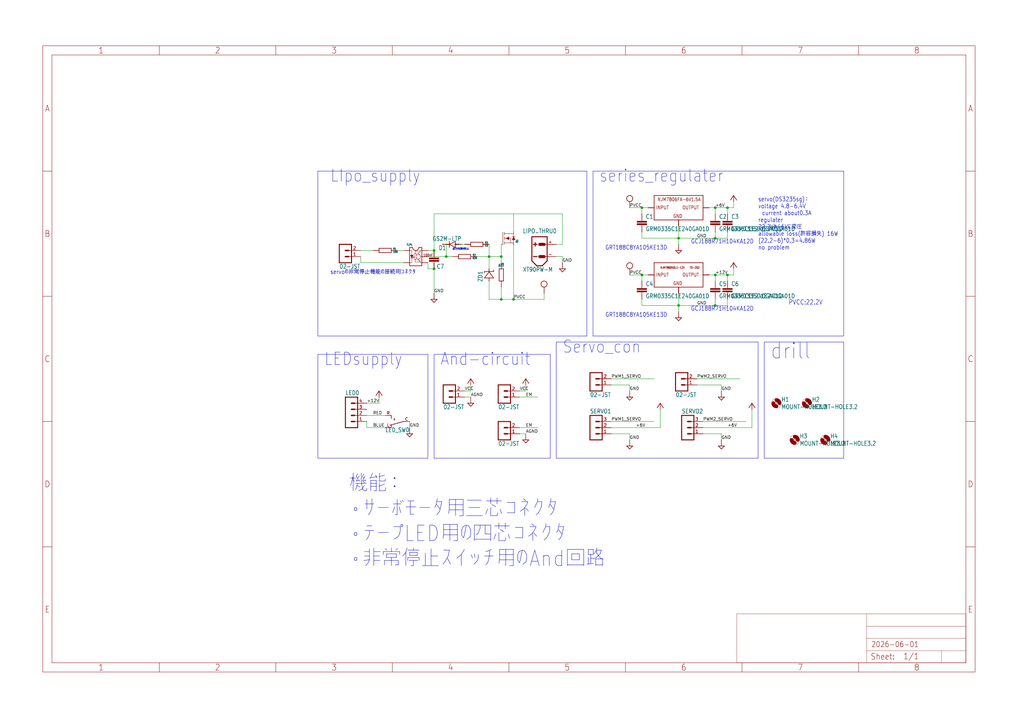
<source format=kicad_sch>
(kicad_sch (version 20230121) (generator eeschema)
  (paper "User" 425.45 298.45)
  (lib_symbols
    (symbol "Mix necessary function-eagle-import:02-JST"
      (symbol "02-JST_1_0"
        (polyline (pts (xy -1.27 2.54) (xy -1.27 -5.08)) (stroke (width 0.4064)))
        (polyline (pts (xy -1.27 2.54) (xy 3.81 2.54)) (stroke (width 0.4064)))
        (polyline (pts (xy 1.27 -2.54) (xy 2.54 -2.54)) (stroke (width 0.6096)))
        (polyline (pts (xy 1.27 0) (xy 2.54 0)) (stroke (width 0.6096)))
        (polyline (pts (xy 3.81 -5.08) (xy -1.27 -5.08)) (stroke (width 0.4064)))
        (polyline (pts (xy 3.81 -5.08) (xy 3.81 2.54)) (stroke (width 0.4064)))
        (pin passive line (at 7.62 -2.54 180) (length 5.08) (name "1") (number "1"))
        (pin passive line (at 7.62 0 180) (length 5.08) (name "2") (number "2"))
      )
    )
    (symbol "Mix necessary function-eagle-import:03-JST"
      (property "Reference" "JP" (at -1.27 5.842 0))
      (symbol "03-JST_1_0"
        (polyline (pts (xy -1.27 5.08) (xy -1.27 -5.08)) (stroke (width 0.4064)))
        (polyline (pts (xy -1.27 5.08) (xy 3.81 5.08)) (stroke (width 0.4064)))
        (polyline (pts (xy 1.27 -2.54) (xy 2.54 -2.54)) (stroke (width 0.6096)))
        (polyline (pts (xy 1.27 0) (xy 2.54 0)) (stroke (width 0.6096)))
        (polyline (pts (xy 1.27 2.54) (xy 2.54 2.54)) (stroke (width 0.6096)))
        (polyline (pts (xy 3.81 -5.08) (xy -1.27 -5.08)) (stroke (width 0.4064)))
        (polyline (pts (xy 3.81 -5.08) (xy 3.81 5.08)) (stroke (width 0.4064)))
        (pin passive line (at 7.62 -2.54 180) (length 5.08) (name "1") (number "1"))
        (pin passive line (at 7.62 0 180) (length 5.08) (name "2") (number "2"))
        (pin passive line (at 7.62 2.54 180) (length 5.08) (name "3") (number "3"))
      )
    )
    (symbol "Mix necessary function-eagle-import:04-JST"
      (property "Reference" "JP" (at -1.27 5.842 0))
      (symbol "04-JST_1_0"
        (polyline (pts (xy -1.27 5.08) (xy -1.27 -7.62)) (stroke (width 0.4064)))
        (polyline (pts (xy -1.27 5.08) (xy 3.81 5.08)) (stroke (width 0.4064)))
        (polyline (pts (xy 1.27 -5.08) (xy 2.54 -5.08)) (stroke (width 0.6096)))
        (polyline (pts (xy 1.27 -2.54) (xy 2.54 -2.54)) (stroke (width 0.6096)))
        (polyline (pts (xy 1.27 0) (xy 2.54 0)) (stroke (width 0.6096)))
        (polyline (pts (xy 1.27 2.54) (xy 2.54 2.54)) (stroke (width 0.6096)))
        (polyline (pts (xy 3.81 -7.62) (xy -1.27 -7.62)) (stroke (width 0.4064)))
        (polyline (pts (xy 3.81 -7.62) (xy 3.81 5.08)) (stroke (width 0.4064)))
        (pin passive line (at 7.62 -5.08 180) (length 5.08) (name "1") (number "1"))
        (pin passive line (at 7.62 -2.54 180) (length 5.08) (name "2") (number "2"))
        (pin passive line (at 7.62 0 180) (length 5.08) (name "3") (number "3"))
        (pin passive line (at 7.62 2.54 180) (length 5.08) (name "4") (number "4"))
      )
    )
    (symbol "Mix necessary function-eagle-import:A3L-LOC"
      (symbol "A3L-LOC_1_0"
        (polyline (pts (xy 0 52.07) (xy 3.81 52.07)))
        (polyline (pts (xy 0 104.14) (xy 3.81 104.14)))
        (polyline (pts (xy 0 156.21) (xy 3.81 156.21)))
        (polyline (pts (xy 0 208.28) (xy 3.81 208.28)))
        (polyline (pts (xy 3.81 3.81) (xy 3.81 256.54)))
        (polyline (pts (xy 48.4188 0) (xy 48.4188 3.81)))
        (polyline (pts (xy 48.4188 256.54) (xy 48.4188 260.35)))
        (polyline (pts (xy 96.8375 0) (xy 96.8375 3.81)))
        (polyline (pts (xy 96.8375 256.54) (xy 96.8375 260.35)))
        (polyline (pts (xy 145.2563 0) (xy 145.2563 3.81)))
        (polyline (pts (xy 145.2563 256.54) (xy 145.2563 260.35)))
        (polyline (pts (xy 193.675 0) (xy 193.675 3.81)))
        (polyline (pts (xy 193.675 256.54) (xy 193.675 260.35)))
        (polyline (pts (xy 242.0938 0) (xy 242.0938 3.81)))
        (polyline (pts (xy 242.0938 256.54) (xy 242.0938 260.35)))
        (polyline (pts (xy 288.29 3.81) (xy 288.29 24.13)) (stroke (width 0.1016)))
        (polyline (pts (xy 288.29 3.81) (xy 342.265 3.81)) (stroke (width 0.1016)))
        (polyline (pts (xy 288.29 24.13) (xy 342.265 24.13)) (stroke (width 0.1016)))
        (polyline (pts (xy 290.5125 0) (xy 290.5125 3.81)))
        (polyline (pts (xy 290.5125 256.54) (xy 290.5125 260.35)))
        (polyline (pts (xy 338.9313 0) (xy 338.9313 3.81)))
        (polyline (pts (xy 338.9313 256.54) (xy 338.9313 260.35)))
        (polyline (pts (xy 342.265 3.81) (xy 373.38 3.81)) (stroke (width 0.1016)))
        (polyline (pts (xy 342.265 8.89) (xy 342.265 3.81)) (stroke (width 0.1016)))
        (polyline (pts (xy 342.265 8.89) (xy 342.265 13.97)) (stroke (width 0.1016)))
        (polyline (pts (xy 342.265 13.97) (xy 342.265 19.05)) (stroke (width 0.1016)))
        (polyline (pts (xy 342.265 13.97) (xy 383.54 13.97)) (stroke (width 0.1016)))
        (polyline (pts (xy 342.265 19.05) (xy 342.265 24.13)) (stroke (width 0.1016)))
        (polyline (pts (xy 342.265 19.05) (xy 383.54 19.05)) (stroke (width 0.1016)))
        (polyline (pts (xy 342.265 24.13) (xy 383.54 24.13)) (stroke (width 0.1016)))
        (polyline (pts (xy 373.38 3.81) (xy 373.38 8.89)) (stroke (width 0.1016)))
        (polyline (pts (xy 373.38 3.81) (xy 383.54 3.81)) (stroke (width 0.1016)))
        (polyline (pts (xy 373.38 8.89) (xy 342.265 8.89)) (stroke (width 0.1016)))
        (polyline (pts (xy 373.38 8.89) (xy 383.54 8.89)) (stroke (width 0.1016)))
        (polyline (pts (xy 383.54 3.81) (xy 3.81 3.81)))
        (polyline (pts (xy 383.54 3.81) (xy 383.54 8.89)) (stroke (width 0.1016)))
        (polyline (pts (xy 383.54 3.81) (xy 383.54 256.54)))
        (polyline (pts (xy 383.54 8.89) (xy 383.54 13.97)) (stroke (width 0.1016)))
        (polyline (pts (xy 383.54 13.97) (xy 383.54 19.05)) (stroke (width 0.1016)))
        (polyline (pts (xy 383.54 19.05) (xy 383.54 24.13)) (stroke (width 0.1016)))
        (polyline (pts (xy 383.54 52.07) (xy 387.35 52.07)))
        (polyline (pts (xy 383.54 104.14) (xy 387.35 104.14)))
        (polyline (pts (xy 383.54 156.21) (xy 387.35 156.21)))
        (polyline (pts (xy 383.54 208.28) (xy 387.35 208.28)))
        (polyline (pts (xy 383.54 256.54) (xy 3.81 256.54)))
        (polyline (pts (xy 0 0) (xy 387.35 0) (xy 387.35 260.35) (xy 0 260.35) (xy 0 0)))
        (text "${#}/${##}" (at 357.505 5.08 0) (effects (font (size 2.54 2.159)) (justify left bottom)))
        (text "${CURRENT_DATE}" (at 344.17 10.16 0) (effects (font (size 2.286 1.9431)) (justify left bottom)))
        (text "${PROJECTNAME}" (at 344.17 15.24 0) (effects (font (size 2.54 2.159)) (justify left bottom)))
        (text "1" (at 24.2094 1.905 0) (effects (font (size 2.54 2.286))))
        (text "1" (at 24.2094 258.445 0) (effects (font (size 2.54 2.286))))
        (text "2" (at 72.6281 1.905 0) (effects (font (size 2.54 2.286))))
        (text "2" (at 72.6281 258.445 0) (effects (font (size 2.54 2.286))))
        (text "3" (at 121.0469 1.905 0) (effects (font (size 2.54 2.286))))
        (text "3" (at 121.0469 258.445 0) (effects (font (size 2.54 2.286))))
        (text "4" (at 169.4656 1.905 0) (effects (font (size 2.54 2.286))))
        (text "4" (at 169.4656 258.445 0) (effects (font (size 2.54 2.286))))
        (text "5" (at 217.8844 1.905 0) (effects (font (size 2.54 2.286))))
        (text "5" (at 217.8844 258.445 0) (effects (font (size 2.54 2.286))))
        (text "6" (at 266.3031 1.905 0) (effects (font (size 2.54 2.286))))
        (text "6" (at 266.3031 258.445 0) (effects (font (size 2.54 2.286))))
        (text "7" (at 314.7219 1.905 0) (effects (font (size 2.54 2.286))))
        (text "7" (at 314.7219 258.445 0) (effects (font (size 2.54 2.286))))
        (text "8" (at 363.1406 1.905 0) (effects (font (size 2.54 2.286))))
        (text "8" (at 363.1406 258.445 0) (effects (font (size 2.54 2.286))))
        (text "A" (at 1.905 234.315 0) (effects (font (size 2.54 2.286))))
        (text "A" (at 385.445 234.315 0) (effects (font (size 2.54 2.286))))
        (text "B" (at 1.905 182.245 0) (effects (font (size 2.54 2.286))))
        (text "B" (at 385.445 182.245 0) (effects (font (size 2.54 2.286))))
        (text "C" (at 1.905 130.175 0) (effects (font (size 2.54 2.286))))
        (text "C" (at 385.445 130.175 0) (effects (font (size 2.54 2.286))))
        (text "D" (at 1.905 78.105 0) (effects (font (size 2.54 2.286))))
        (text "D" (at 385.445 78.105 0) (effects (font (size 2.54 2.286))))
        (text "E" (at 1.905 26.035 0) (effects (font (size 2.54 2.286))))
        (text "E" (at 385.445 26.035 0) (effects (font (size 2.54 2.286))))
        (text "Sheet:" (at 343.916 4.953 0) (effects (font (size 2.54 2.159)) (justify left bottom)))
      )
    )
    (symbol "Mix necessary function-eagle-import:CR0603"
      (property "Reference" "R" (at 3.302 0.254 0))
      (symbol "CR0603_1_0"
        (polyline (pts (xy -5.08 0) (xy -2.54 0)) (stroke (width 0.1524)))
        (polyline (pts (xy -2.54 -0.889) (xy -2.54 0)) (stroke (width 0.254)))
        (polyline (pts (xy -2.54 -0.889) (xy 2.54 -0.889)) (stroke (width 0.254)))
        (polyline (pts (xy -2.54 0) (xy -2.54 0.889)) (stroke (width 0.254)))
        (polyline (pts (xy 2.54 -0.889) (xy 2.54 0)) (stroke (width 0.254)))
        (polyline (pts (xy 2.54 0) (xy 2.54 0.889)) (stroke (width 0.254)))
        (polyline (pts (xy 2.54 0) (xy 5.08 0)) (stroke (width 0.1524)))
        (polyline (pts (xy 2.54 0.889) (xy -2.54 0.889)) (stroke (width 0.254)))
        (pin bidirectional line (at -5.08 0 0) (length 2.54) (name "LEFT") (number "LEFT"))
        (pin bidirectional line (at 5.08 0 180) (length 2.54) (name "RIGHT") (number "RIGHT"))
      )
    )
    (symbol "Mix necessary function-eagle-import:GCM188L81H104KA57"
      (property "Reference" "C" (at 1.016 0 0))
      (symbol "GCM188L81H104KA57_1_0"
        (rectangle (start -2.032 -2.032) (end 2.032 -1.524) (fill (type outline)))
        (rectangle (start -2.032 -1.016) (end 2.032 -0.508) (fill (type outline)))
        (polyline (pts (xy 0 -5.08) (xy 0 -2.032)) (stroke (width 0.1524)))
        (polyline (pts (xy 0 -0.508) (xy 0 2.54)) (stroke (width 0.1524)))
        (text "100nF" (at -4.572 0 0) (effects (font (size 1.016 0.8636)) (justify left bottom)))
        (pin bidirectional line (at 0 2.54 270) (length 2.54) (name "P$1") (number "P$1"))
        (pin bidirectional line (at 0 -5.08 90) (length 2.54) (name "P$2") (number "P$2"))
      )
    )
    (symbol "Mix necessary function-eagle-import:GND" (power)
      (property "Value" "GND" (at -1.905 -3.175 0))
      (symbol "GND_1_0"
        (polyline (pts (xy -1.27 0) (xy 1.27 0)) (stroke (width 0.254)))
        (polyline (pts (xy 0 -1.27) (xy -1.27 0)) (stroke (width 0.254)))
        (polyline (pts (xy 1.27 0) (xy 0 -1.27)) (stroke (width 0.254)))
        (pin power_in line (at 0 2.54 270) (length 2.54) (name "GND") (number "1"))
      )
    )
    (symbol "Mix necessary function-eagle-import:GRM0335C1E240GA01D"
      (property "Reference" "C" (at 1.524 0.381 0))
      (symbol "GRM0335C1E240GA01D_1_0"
        (rectangle (start -2.032 -2.032) (end 2.032 -1.524) (fill (type outline)))
        (rectangle (start -2.032 -1.016) (end 2.032 -0.508) (fill (type outline)))
        (polyline (pts (xy 0 -2.54) (xy 0 -2.032)) (stroke (width 0.1524)))
        (polyline (pts (xy 0 0) (xy 0 -0.508)) (stroke (width 0.1524)))
        (pin passive line (at 0 2.54 270) (length 2.54) (name "1") (number "1"))
        (pin passive line (at 0 -5.08 90) (length 2.54) (name "2") (number "2"))
      )
    )
    (symbol "Mix necessary function-eagle-import:GS2M-LTP"
      (property "Reference" "D" (at 2.54 0.4826 0))
      (symbol "GS2M-LTP_1_0"
        (polyline (pts (xy -1.27 -1.27) (xy 1.27 0)) (stroke (width 0.254)))
        (polyline (pts (xy -1.27 0) (xy -2.54 0)) (stroke (width 0.254)))
        (polyline (pts (xy -1.27 0) (xy -1.27 -1.27)) (stroke (width 0.254)))
        (polyline (pts (xy -1.27 1.27) (xy -1.27 0)) (stroke (width 0.254)))
        (polyline (pts (xy 1.27 0) (xy -1.27 1.27)) (stroke (width 0.254)))
        (polyline (pts (xy 1.27 0) (xy 1.27 -1.27)) (stroke (width 0.254)))
        (polyline (pts (xy 1.27 1.27) (xy 1.27 0)) (stroke (width 0.254)))
        (polyline (pts (xy 2.54 0) (xy 1.27 0)) (stroke (width 0.254)))
        (text "SpiceOrder 1" (at -2.54 0 0) (effects (font (size 0.4064 0.3454))))
        (text "SpiceOrder 2" (at 2.54 0 0) (effects (font (size 0.4064 0.3454))))
        (pin passive line (at -2.54 0 0) (length 0) (name "A") (number "A"))
        (pin passive line (at 2.54 0 180) (length 0) (name "C") (number "C"))
      )
    )
    (symbol "Mix necessary function-eagle-import:MMBZ5248B-TP"
      (property "Reference" "ZD" (at -2.9464 2.6416 0))
      (symbol "MMBZ5248B-TP_1_0"
        (polyline (pts (xy -1.27 -1.905) (xy 1.27 0)) (stroke (width 0.254)))
        (polyline (pts (xy -1.27 0) (xy -2.54 0)) (stroke (width 0.254)))
        (polyline (pts (xy -1.27 0) (xy -1.27 -1.905)) (stroke (width 0.254)))
        (polyline (pts (xy -1.27 1.905) (xy -1.27 0)) (stroke (width 0.254)))
        (polyline (pts (xy 1.27 0) (xy -1.27 1.905)) (stroke (width 0.254)))
        (polyline (pts (xy 1.27 0) (xy 2.54 0)) (stroke (width 0.254)))
        (polyline (pts (xy 1.397 -1.905) (xy 2.032 -1.905)) (stroke (width 0.254)))
        (polyline (pts (xy 1.397 1.905) (xy 0.762 1.905)) (stroke (width 0.254)))
        (polyline (pts (xy 1.397 1.905) (xy 1.397 -1.905)) (stroke (width 0.254)))
        (pin passive line (at -2.54 0 0) (length 0) (name "A") (number "ANODE"))
        (pin passive line (at 2.54 0 180) (length 0) (name "C") (number "CATHODE"))
      )
    )
    (symbol "Mix necessary function-eagle-import:MOUNT-HOLE3.2"
      (property "Reference" "H" (at 2.032 0.5842 0))
      (symbol "MOUNT-HOLE3.2_1_0"
        (arc (start -1.27 0) (mid -0.898 -0.898) (end 0 -1.27) (stroke (width 1.524)))
        (polyline (pts (xy -0.508 0) (xy 0.508 0)) (stroke (width 0.0508)))
        (polyline (pts (xy 0 0.508) (xy 0 -0.508)) (stroke (width 0.0508)))
        (circle (center 0 0) (radius 0.508) (stroke (width 0.0508)))
        (circle (center 0 0) (radius 2.032) (stroke (width 0.0508)))
        (arc (start 1.27 0) (mid 0.898 0.898) (end 0 1.27) (stroke (width 1.524)))
      )
    )
    (symbol "Mix necessary function-eagle-import:NJM7800SDL1-12V"
      (symbol "NJM7800SDL1-12V_1_0"
        (polyline (pts (xy -10.16 -5.08) (xy -10.16 0)) (stroke (width 0.254)))
        (polyline (pts (xy -10.16 0) (xy -12.7 0)) (stroke (width 0.254)))
        (polyline (pts (xy -10.16 0) (xy -10.16 5.08)) (stroke (width 0.254)))
        (polyline (pts (xy -10.16 5.08) (xy 10.16 5.08)) (stroke (width 0.254)))
        (polyline (pts (xy 0 -5.08) (xy -10.16 -5.08)) (stroke (width 0.254)))
        (polyline (pts (xy 0 -5.08) (xy 0 -7.62)) (stroke (width 0.254)))
        (polyline (pts (xy 10.16 -5.08) (xy 0 -5.08)) (stroke (width 0.254)))
        (polyline (pts (xy 10.16 0) (xy 10.16 -5.08)) (stroke (width 0.254)))
        (polyline (pts (xy 10.16 0) (xy 12.7 0)) (stroke (width 0.254)))
        (polyline (pts (xy 10.16 5.08) (xy 10.16 0)) (stroke (width 0.254)))
        (text "GND" (at -2.286 -4.318 0) (effects (font (size 1.4224 1.209)) (justify left bottom)))
        (text "INPUT" (at -9.398 -0.762 0) (effects (font (size 1.4224 1.209)) (justify left bottom)))
        (text "NJM7800SDL1-12V    TO-252" (at -7.62 2.54 0) (effects (font (size 0.8128 0.6908)) (justify left bottom)))
        (text "OUTPUT" (at 1.524 -0.762 0) (effects (font (size 1.4224 1.209)) (justify left bottom)))
        (pin bidirectional line (at 0 -7.62 90) (length 2.54) (name "GND") (number "GND"))
        (pin bidirectional line (at -12.7 0 0) (length 2.54) (name "INPUT") (number "VIN"))
        (pin bidirectional line (at 12.7 0 180) (length 2.54) (name "OUTPUT") (number "VOUT"))
      )
    )
    (symbol "Mix necessary function-eagle-import:SQJA16EP-T1_GE3"
      (property "Reference" "Q" (at 1.905 -1.905 90))
      (symbol "SQJA16EP-T1_GE3_1_0"
        (polyline (pts (xy -5.08 -2.54) (xy -4.445 -2.54)) (stroke (width 0.1524)))
        (polyline (pts (xy -4.445 2.54) (xy -4.445 -2.54)) (stroke (width 0.1524)))
        (polyline (pts (xy -3.81 -1.27) (xy -3.81 -2.54)) (stroke (width 0.1524)))
        (polyline (pts (xy -3.81 -0.635) (xy -3.81 0.635)) (stroke (width 0.1524)))
        (polyline (pts (xy -3.81 0) (xy -1.27 0)) (stroke (width 0.1524)))
        (polyline (pts (xy -3.81 1.27) (xy -3.81 2.54)) (stroke (width 0.1524)))
        (polyline (pts (xy -3.81 1.905) (xy 0 1.905)) (stroke (width 0.1524)))
        (polyline (pts (xy -1.27 -1.905) (xy -3.81 -1.905)) (stroke (width 0.1524)))
        (polyline (pts (xy -1.27 0) (xy -1.27 -1.905)) (stroke (width 0.1524)))
        (polyline (pts (xy -0.635 0.635) (xy 0.635 0.635)) (stroke (width 0.1524)))
        (polyline (pts (xy 0 -2.54) (xy 0 -1.905)) (stroke (width 0.1524)))
        (polyline (pts (xy 0 -1.905) (xy -1.27 -1.905)) (stroke (width 0.1524)))
        (polyline (pts (xy 0 1.905) (xy 0 -1.905)) (stroke (width 0.1524)))
        (polyline (pts (xy 0 1.905) (xy 0 2.54)) (stroke (width 0.1524)))
        (polyline (pts (xy -1.905 0.635) (xy -1.905 -0.635) (xy -3.175 0)) (stroke (width 0.1524)) (fill (type outline)))
        (polyline (pts (xy -0.635 -0.635) (xy 0.635 -0.635) (xy 0 0.635)) (stroke (width 0.1524)) (fill (type outline)))
        (pin passive line (at 0 2.54 0) (length 0) (name "D") (number "D"))
        (pin passive line (at -5.08 -2.54 0) (length 0) (name "G") (number "G"))
        (pin passive line (at 0 -2.54 0) (length 0) (name "S") (number "S1"))
        (pin passive line (at 0 -2.54 0) (length 0) (name "S") (number "S2"))
        (pin passive line (at 0 -2.54 0) (length 0) (name "S") (number "S3"))
      )
    )
    (symbol "Mix necessary function-eagle-import:SS-12SDP2"
      (property "Reference" "SW" (at 5.08 -2.54 90))
      (symbol "SS-12SDP2_1_0"
        (polyline (pts (xy -2.54 2.54) (xy -2.54 3.175)) (stroke (width 0.254)))
        (polyline (pts (xy -2.54 2.54) (xy -1.27 2.54)) (stroke (width 0.254)))
        (polyline (pts (xy 0 -3.175) (xy 0 -2.54)) (stroke (width 0.254)))
        (polyline (pts (xy 0 -2.54) (xy -1.524 3.048)) (stroke (width 0.254)))
        (polyline (pts (xy 0.508 1.27) (xy 1.016 1.016)) (stroke (width 0.1524)))
        (polyline (pts (xy 0.508 1.27) (xy 1.016 1.524)) (stroke (width 0.1524)))
        (polyline (pts (xy 0.508 1.27) (xy 1.524 1.27)) (stroke (width 0.1524)))
        (polyline (pts (xy 1.27 2.54) (xy 2.54 2.54)) (stroke (width 0.254)))
        (polyline (pts (xy 2.54 2.54) (xy 2.54 3.175)) (stroke (width 0.254)))
        (pin passive line (at 0 -5.08 90) (length 2.54) (name "C") (number "C"))
        (pin passive line (at -2.54 5.08 270) (length 2.54) (name "L") (number "L"))
        (pin passive line (at 2.54 5.08 270) (length 2.54) (name "R") (number "R"))
      )
    )
    (symbol "Mix necessary function-eagle-import:TLP152"
      (property "Reference" "TLP" (at -3.81 4.445 0))
      (symbol "TLP152_1_0"
        (arc (start -1.27 3.81) (mid 0 2.5455) (end 1.27 3.81) (stroke (width 0.254)))
        (polyline (pts (xy -2.54 -3.81) (xy -2.54 -2.54)) (stroke (width 0.254)))
        (polyline (pts (xy -2.54 -2.54) (xy -2.54 2.54)) (stroke (width 0.254)))
        (polyline (pts (xy -2.54 2.54) (xy -2.54 3.81)) (stroke (width 0.254)))
        (polyline (pts (xy -2.54 2.54) (xy -1.5875 2.54)) (stroke (width 0.127)))
        (polyline (pts (xy -2.54 3.81) (xy -1.27 3.81)) (stroke (width 0.254)))
        (polyline (pts (xy -2.2225 -0.635) (xy -0.9525 -0.635)) (stroke (width 0.127)))
        (polyline (pts (xy -1.5875 -2.54) (xy -2.54 -2.54)) (stroke (width 0.127)))
        (polyline (pts (xy -1.5875 2.54) (xy -1.5875 -2.54)) (stroke (width 0.127)))
        (polyline (pts (xy -1.1906 -0.3968) (xy -0.7143 -0.3968)) (stroke (width 0.127)))
        (polyline (pts (xy -1.1112 -0.0793) (xy -0.7143 -0.0793)) (stroke (width 0.127)))
        (polyline (pts (xy -0.7937 -0.1587) (xy -0.7937 0)) (stroke (width 0.127)))
        (polyline (pts (xy -0.7937 0) (xy -0.7143 -0.0793)) (stroke (width 0.127)))
        (polyline (pts (xy -0.7143 -0.3968) (xy -0.7937 -0.4762)) (stroke (width 0.127)))
        (polyline (pts (xy -0.7143 -0.3968) (xy -0.7937 -0.3175)) (stroke (width 0.127)))
        (polyline (pts (xy -0.7143 -0.0793) (xy -0.7937 -0.1587)) (stroke (width 0.127)))
        (polyline (pts (xy -0.4762 -1.27) (xy -0.1587 -1.27)) (stroke (width 0.127)))
        (polyline (pts (xy -0.4762 1.27) (xy -0.4762 -1.27)) (stroke (width 0.127)))
        (polyline (pts (xy -0.1587 -1.27) (xy -0.1587 -2.2225)) (stroke (width 0.127)))
        (polyline (pts (xy -0.1587 -1.27) (xy 0.1587 -1.27)) (stroke (width 0.127)))
        (polyline (pts (xy -0.1587 1.27) (xy -0.4762 1.27)) (stroke (width 0.127)))
        (polyline (pts (xy -0.1587 2.2225) (xy -0.1587 1.27)) (stroke (width 0.127)))
        (polyline (pts (xy 0.1587 -1.27) (xy 0.1587 -0.635)) (stroke (width 0.127)))
        (polyline (pts (xy 0.1587 -0.635) (xy 0.1587 0.635)) (stroke (width 0.127)))
        (polyline (pts (xy 0.1587 -0.635) (xy 0.7143 -0.635)) (stroke (width 0.127)))
        (polyline (pts (xy 0.1587 0.635) (xy 0.1587 1.27)) (stroke (width 0.127)))
        (polyline (pts (xy 0.1587 1.27) (xy -0.1587 1.27)) (stroke (width 0.127)))
        (polyline (pts (xy 0.7143 -1.27) (xy 1.27 -1.27)) (stroke (width 0.127)))
        (polyline (pts (xy 0.7143 -0.635) (xy 0.7143 -1.27)) (stroke (width 0.127)))
        (polyline (pts (xy 0.7143 0.635) (xy 0.1587 0.635)) (stroke (width 0.127)))
        (polyline (pts (xy 0.7143 1.27) (xy 0.7143 0.635)) (stroke (width 0.127)))
        (polyline (pts (xy 1.27 -1.7462) (xy 1.27 -1.27)) (stroke (width 0.127)))
        (polyline (pts (xy 1.27 -1.5875) (xy 1.905 -1.905)) (stroke (width 0.127)))
        (polyline (pts (xy 1.27 -1.27) (xy 1.27 -0.7937)) (stroke (width 0.127)))
        (polyline (pts (xy 1.27 -0.9525) (xy 1.905 -0.635)) (stroke (width 0.127)))
        (polyline (pts (xy 1.27 1.27) (xy 0.7143 1.27)) (stroke (width 0.127)))
        (polyline (pts (xy 1.27 1.5875) (xy 1.905 1.905)) (stroke (width 0.127)))
        (polyline (pts (xy 1.27 1.7462) (xy 1.27 0.7937)) (stroke (width 0.127)))
        (polyline (pts (xy 1.27 3.81) (xy 2.54 3.81)) (stroke (width 0.254)))
        (polyline (pts (xy 1.905 -2.54) (xy 2.54 -2.54)) (stroke (width 0.127)))
        (polyline (pts (xy 1.905 -2.2225) (xy -0.1587 -2.2225)) (stroke (width 0.127)))
        (polyline (pts (xy 1.905 -2.2225) (xy 1.905 -2.54)) (stroke (width 0.127)))
        (polyline (pts (xy 1.905 -1.905) (xy 1.905 -2.2225)) (stroke (width 0.127)))
        (polyline (pts (xy 1.905 0) (xy 1.905 -0.635)) (stroke (width 0.127)))
        (polyline (pts (xy 1.905 0) (xy 2.54 0)) (stroke (width 0.127)))
        (polyline (pts (xy 1.905 0.635) (xy 1.27 0.9525)) (stroke (width 0.127)))
        (polyline (pts (xy 1.905 0.635) (xy 1.905 0)) (stroke (width 0.127)))
        (polyline (pts (xy 1.905 2.2225) (xy -0.1587 2.2225)) (stroke (width 0.127)))
        (polyline (pts (xy 1.905 2.2225) (xy 1.905 1.905)) (stroke (width 0.127)))
        (polyline (pts (xy 1.905 2.54) (xy 1.905 2.2225)) (stroke (width 0.127)))
        (polyline (pts (xy 2.54 -3.81) (xy -2.54 -3.81)) (stroke (width 0.254)))
        (polyline (pts (xy 2.54 -2.54) (xy 2.54 -3.81)) (stroke (width 0.254)))
        (polyline (pts (xy 2.54 0) (xy 2.54 -2.54)) (stroke (width 0.254)))
        (polyline (pts (xy 2.54 2.54) (xy 1.905 2.54)) (stroke (width 0.127)))
        (polyline (pts (xy 2.54 2.54) (xy 2.54 0)) (stroke (width 0.254)))
        (polyline (pts (xy 2.54 3.81) (xy 2.54 2.54)) (stroke (width 0.254)))
        (polyline (pts (xy -1.5875 -0.635) (xy -2.2225 0.635) (xy -0.9525 0.635)) (stroke (width 0.127)) (fill (type outline)))
        (polyline (pts (xy 1.7462 -1.8256) (xy 1.4684 -1.7859) (xy 1.5478 -1.6271)) (stroke (width 0.127)) (fill (type outline)))
        (polyline (pts (xy 1.7462 0.7143) (xy 1.4684 0.754) (xy 1.5478 0.9128)) (stroke (width 0.127)) (fill (type outline)))
        (pin passive line (at -5.08 2.54 0) (length 2.54) (name "ANODE") (number "ANODE"))
        (pin passive line (at -5.08 -2.54 0) (length 2.54) (name "CATHODE") (number "CATHODE"))
        (pin passive line (at 5.08 -2.54 180) (length 2.54) (name "GND") (number "GND"))
        (pin passive line (at 5.08 2.54 180) (length 2.54) (name "VCC") (number "VCC"))
        (pin passive line (at 5.08 0 180) (length 2.54) (name "VOUT") (number "VO"))
      )
    )
    (symbol "Mix necessary function-eagle-import:VCC" (power)
      (property "Value" "VCC" (at -2.54 -2.54 90))
      (symbol "VCC_1_0"
        (polyline (pts (xy 0 0) (xy -1.27 -1.905)) (stroke (width 0.254)))
        (polyline (pts (xy 1.27 -1.905) (xy 0 0)) (stroke (width 0.254)))
        (pin power_in line (at 0 -2.54 90) (length 2.54) (name "VCC") (number "1"))
      )
    )
    (symbol "Mix necessary function-eagle-import:XT90PW-M"
      (property "Reference" "CON" (at -3.81 7.112 0))
      (symbol "XT90PW-M_1_0"
        (polyline (pts (xy -5.08 -4.318) (xy -3.048 -6.35)) (stroke (width 0.4064)))
        (polyline (pts (xy -5.08 5.715) (xy -5.08 -4.318)) (stroke (width 0.4064)))
        (polyline (pts (xy -5.08 5.715) (xy 1.27 5.715)) (stroke (width 0.4064)))
        (polyline (pts (xy -4.445 -2.54) (xy -2.921 -2.54)) (stroke (width 0.4064)))
        (polyline (pts (xy -4.445 2.54) (xy -2.921 2.54)) (stroke (width 0.4064)))
        (polyline (pts (xy -3.683 3.302) (xy -3.683 1.778)) (stroke (width 0.4064)))
        (polyline (pts (xy -3.048 -6.35) (xy -0.762 -6.35)) (stroke (width 0.4064)))
        (polyline (pts (xy -0.762 -6.35) (xy 1.27 -4.318)) (stroke (width 0.4064)))
        (polyline (pts (xy 0 -2.54) (xy -1.778 -2.54)) (stroke (width 1.27)))
        (polyline (pts (xy 0 2.54) (xy -1.778 2.54)) (stroke (width 1.27)))
        (polyline (pts (xy 1.27 -4.318) (xy 1.27 5.715)) (stroke (width 0.4064)))
        (pin power_in line (at 5.08 2.54 180) (length 5.08) (name "+") (number "+"))
        (pin power_in line (at 5.08 -2.54 180) (length 5.08) (name "-") (number "-"))
      )
    )
    (symbol "Mix necessary function-eagle-import:supply2_VCC" (power)
      (property "Value" "supply2_VCC" (at -1.905 3.175 0))
      (symbol "supply2_VCC_1_0"
        (circle (center 0 1.27) (radius 1.27) (stroke (width 0.254)))
        (pin power_in line (at 0 -2.54 90) (length 2.54) (name "VCC") (number "1"))
      )
    )
    (symbol "Mix necessary function-eagle-import:ＮＪＭ７８０６ＦＡ-6V"
      (symbol "ＮＪＭ７８０６ＦＡ-6V_1_0"
        (polyline (pts (xy -10.16 -5.08) (xy -10.16 0)) (stroke (width 0.254)))
        (polyline (pts (xy -10.16 0) (xy -12.7 0)) (stroke (width 0.254)))
        (polyline (pts (xy -10.16 0) (xy -10.16 5.08)) (stroke (width 0.254)))
        (polyline (pts (xy -10.16 5.08) (xy 10.16 5.08)) (stroke (width 0.254)))
        (polyline (pts (xy 0 -5.08) (xy -10.16 -5.08)) (stroke (width 0.254)))
        (polyline (pts (xy 0 -5.08) (xy 0 -7.62)) (stroke (width 0.254)))
        (polyline (pts (xy 10.16 -5.08) (xy 0 -5.08)) (stroke (width 0.254)))
        (polyline (pts (xy 10.16 0) (xy 10.16 -5.08)) (stroke (width 0.254)))
        (polyline (pts (xy 10.16 0) (xy 12.7 0)) (stroke (width 0.254)))
        (polyline (pts (xy 10.16 5.08) (xy 10.16 0)) (stroke (width 0.254)))
        (text "GND" (at -2.286 -4.318 0) (effects (font (size 1.4224 1.209)) (justify left bottom)))
        (text "INPUT" (at -9.398 -0.762 0) (effects (font (size 1.4224 1.209)) (justify left bottom)))
        (text "NJM7806FA-6V1.5A" (at -8.8138 2.6162 0) (effects (font (size 1.4224 1.209)) (justify left bottom)))
        (text "OUTPUT" (at 1.524 -0.762 0) (effects (font (size 1.4224 1.209)) (justify left bottom)))
        (pin bidirectional line (at 0 -7.62 90) (length 2.54) (name "GND") (number "GND"))
        (pin bidirectional line (at -12.7 0 0) (length 2.54) (name "INPUT") (number "INPUT"))
        (pin bidirectional line (at 12.7 0 180) (length 2.54) (name "OUTPUT") (number "OUTPUT"))
      )
    )
  )
  (junction (at 302.26 86.36))
  (junction (at 266.7 86.36))
  (junction (at 208.28 124.46))
  (junction (at 297.18 86.36))
  (junction (at 281.94 127))
  (junction (at 297.18 127))
  (junction (at 297.18 114.3))
  (junction (at 297.18 99.06))
  (junction (at 203.2 106.68))
  (junction (at 208.28 106.68))
  (junction (at 281.94 99.06))
  (junction (at 213.36 124.46))
  (junction (at 185.42 106.68))
  (junction (at 266.7 114.3))
  (junction (at 180.34 111.76))
  (junction (at 180.34 104.14))
  (junction (at 302.26 114.3))
  (polyline (pts (xy 350.52 190.5) (xy 317.5 190.5)) (stroke (width 0.1524) (type solid)))
  (polyline (pts (xy 350.52 142.24) (xy 350.52 190.5)) (stroke (width 0.1524) (type solid)))
  (wire (pts (xy 231.14 106.68) (xy 233.68 106.68)) (stroke (width 0.1524)))
  (polyline (pts (xy 228.6 190.5) (xy 228.6 147.32)) (stroke (width 0.1524) (type solid)))
  (wire (pts (xy 281.94 127) (xy 281.94 129.54)) (stroke (width 0.1524)))
  (wire (pts (xy 152.4 175.26) (xy 152.4 177.8)) (stroke (width 0.1524)))
  (wire (pts (xy 297.18 96.52) (xy 297.18 99.06)) (stroke (width 0.1524)))
  (wire (pts (xy 297.18 124.46) (xy 297.18 127)) (stroke (width 0.1524)))
  (wire (pts (xy 281.94 121.92) (xy 281.94 127)) (stroke (width 0.1524)))
  (polyline (pts (xy 132.08 147.32) (xy 132.08 190.5)) (stroke (width 0.1524) (type solid)))
  (wire (pts (xy 299.72 180.34) (xy 299.72 182.88)) (stroke (width 0.1524)))
  (wire (pts (xy 281.94 99.06) (xy 281.94 93.98)) (stroke (width 0.1524)))
  (wire (pts (xy 208.28 101.6) (xy 208.28 106.68)) (stroke (width 0.1524)))
  (wire (pts (xy 302.26 116.84) (xy 302.26 114.3)) (stroke (width 0.1524)))
  (wire (pts (xy 266.7 127) (xy 266.7 124.46)) (stroke (width 0.1524)))
  (wire (pts (xy 152.4 172.72) (xy 160.02 172.72)) (stroke (width 0.1524)))
  (wire (pts (xy 213.36 124.46) (xy 208.28 124.46)) (stroke (width 0.1524)))
  (polyline (pts (xy 243.84 139.7) (xy 132.08 139.7)) (stroke (width 0.1524) (type solid)))
  (polyline (pts (xy 231.14 142.24) (xy 314.96 142.24)) (stroke (width 0.1524) (type solid)))
  (polyline (pts (xy 314.96 190.5) (xy 231.14 190.5)) (stroke (width 0.1524) (type solid)))
  (wire (pts (xy 266.7 86.36) (xy 261.62 86.36)) (stroke (width 0.1524)))
  (polyline (pts (xy 180.34 190.5) (xy 228.6 190.5)) (stroke (width 0.1524) (type solid)))
  (polyline (pts (xy 231.14 190.5) (xy 231.14 142.24)) (stroke (width 0.1524) (type solid)))
  (wire (pts (xy 297.18 99.06) (xy 302.26 99.06)) (stroke (width 0.1524)))
  (wire (pts (xy 208.28 119.38) (xy 208.28 124.46)) (stroke (width 0.1524)))
  (polyline (pts (xy 350.52 71.12) (xy 246.38 71.12)) (stroke (width 0.1524) (type solid)))
  (polyline (pts (xy 177.8 147.32) (xy 132.08 147.32)) (stroke (width 0.1524) (type solid)))
  (polyline (pts (xy 228.6 147.32) (xy 180.34 147.32)) (stroke (width 0.1524) (type solid)))
  (wire (pts (xy 266.7 99.06) (xy 281.94 99.06)) (stroke (width 0.1524)))
  (wire (pts (xy 233.68 101.6) (xy 233.68 88.9)) (stroke (width 0.1524)))
  (wire (pts (xy 213.36 101.6) (xy 213.36 124.46)) (stroke (width 0.1524)))
  (wire (pts (xy 281.94 99.06) (xy 281.94 101.6)) (stroke (width 0.1524)))
  (wire (pts (xy 231.14 101.6) (xy 233.68 101.6)) (stroke (width 0.1524)))
  (wire (pts (xy 185.42 101.6) (xy 185.42 106.68)) (stroke (width 0.1524)))
  (wire (pts (xy 302.26 99.06) (xy 302.26 96.52)) (stroke (width 0.1524)))
  (wire (pts (xy 261.62 180.34) (xy 261.62 182.88)) (stroke (width 0.1524)))
  (wire (pts (xy 289.56 160.02) (xy 299.72 160.02)) (stroke (width 0.1524)))
  (wire (pts (xy 254 177.8) (xy 274.32 177.8)) (stroke (width 0.1524)))
  (wire (pts (xy 177.8 104.14) (xy 180.34 104.14)) (stroke (width 0.1524)))
  (wire (pts (xy 297.18 86.36) (xy 302.26 86.36)) (stroke (width 0.1524)))
  (wire (pts (xy 187.96 106.68) (xy 185.42 106.68)) (stroke (width 0.1524)))
  (wire (pts (xy 292.1 180.34) (xy 299.72 180.34)) (stroke (width 0.1524)))
  (wire (pts (xy 269.24 86.36) (xy 266.7 86.36)) (stroke (width 0.1524)))
  (polyline (pts (xy 317.5 190.5) (xy 317.5 142.24)) (stroke (width 0.1524) (type solid)))
  (wire (pts (xy 226.06 124.46) (xy 226.06 121.92)) (stroke (width 0.1524)))
  (wire (pts (xy 304.8 86.36) (xy 304.8 83.82)) (stroke (width 0.1524)))
  (wire (pts (xy 198.12 106.68) (xy 203.2 106.68)) (stroke (width 0.1524)))
  (polyline (pts (xy 132.08 139.7) (xy 132.08 71.12)) (stroke (width 0.1524) (type solid)))
  (wire (pts (xy 208.28 106.68) (xy 203.2 106.68)) (stroke (width 0.1524)))
  (wire (pts (xy 233.68 88.9) (xy 213.36 88.9)) (stroke (width 0.1524)))
  (wire (pts (xy 195.58 162.56) (xy 195.58 160.02)) (stroke (width 0.1524)))
  (wire (pts (xy 167.64 109.22) (xy 149.86 109.22)) (stroke (width 0.1524)))
  (wire (pts (xy 193.04 165.1) (xy 195.58 165.1)) (stroke (width 0.1524)))
  (wire (pts (xy 218.44 162.56) (xy 218.44 160.02)) (stroke (width 0.1524)))
  (wire (pts (xy 215.9 177.8) (xy 223.52 177.8)) (stroke (width 0.1524)))
  (wire (pts (xy 312.42 177.8) (xy 312.42 170.18)) (stroke (width 0.1524)))
  (wire (pts (xy 254 157.48) (xy 271.78 157.48)) (stroke (width 0.1524)))
  (wire (pts (xy 203.2 116.84) (xy 203.2 124.46)) (stroke (width 0.1524)))
  (wire (pts (xy 177.8 111.76) (xy 180.34 111.76)) (stroke (width 0.1524)))
  (wire (pts (xy 152.4 177.8) (xy 160.02 177.8)) (stroke (width 0.1524)))
  (polyline (pts (xy 180.34 147.32) (xy 180.34 190.5)) (stroke (width 0.1524) (type solid)))
  (wire (pts (xy 297.18 116.84) (xy 297.18 114.3)) (stroke (width 0.1524)))
  (wire (pts (xy 170.18 175.26) (xy 170.18 177.8)) (stroke (width 0.1524)))
  (wire (pts (xy 190.5 101.6) (xy 193.04 101.6)) (stroke (width 0.1524)))
  (wire (pts (xy 266.7 96.52) (xy 266.7 99.06)) (stroke (width 0.1524)))
  (wire (pts (xy 152.4 167.64) (xy 157.48 167.64)) (stroke (width 0.1524)))
  (wire (pts (xy 254 180.34) (xy 261.62 180.34)) (stroke (width 0.1524)))
  (wire (pts (xy 302.26 86.36) (xy 304.8 86.36)) (stroke (width 0.1524)))
  (polyline (pts (xy 243.84 71.12) (xy 243.84 139.7)) (stroke (width 0.1524) (type solid)))
  (wire (pts (xy 299.72 160.02) (xy 299.72 162.56)) (stroke (width 0.1524)))
  (wire (pts (xy 297.18 127) (xy 302.26 127)) (stroke (width 0.1524)))
  (wire (pts (xy 193.04 162.56) (xy 195.58 162.56)) (stroke (width 0.1524)))
  (polyline (pts (xy 317.5 142.24) (xy 350.52 142.24)) (stroke (width 0.1524) (type solid)))
  (wire (pts (xy 274.32 177.8) (xy 274.32 170.18)) (stroke (width 0.1524)))
  (wire (pts (xy 180.34 88.9) (xy 213.36 88.9)) (stroke (width 0.1524)))
  (wire (pts (xy 297.18 99.06) (xy 281.94 99.06)) (stroke (width 0.1524)))
  (wire (pts (xy 294.64 114.3) (xy 297.18 114.3)) (stroke (width 0.1524)))
  (wire (pts (xy 302.26 114.3) (xy 304.8 114.3)) (stroke (width 0.1524)))
  (wire (pts (xy 281.94 127) (xy 297.18 127)) (stroke (width 0.1524)))
  (wire (pts (xy 304.8 114.3) (xy 304.8 111.76)) (stroke (width 0.1524)))
  (wire (pts (xy 213.36 124.46) (xy 226.06 124.46)) (stroke (width 0.1524)))
  (wire (pts (xy 254 160.02) (xy 261.62 160.02)) (stroke (width 0.1524)))
  (wire (pts (xy 203.2 106.68) (xy 203.2 111.76)) (stroke (width 0.1524)))
  (wire (pts (xy 266.7 88.9) (xy 266.7 86.36)) (stroke (width 0.1524)))
  (wire (pts (xy 157.48 165.1) (xy 157.48 167.64)) (stroke (width 0.1524)))
  (wire (pts (xy 208.28 106.68) (xy 208.28 109.22)) (stroke (width 0.1524)))
  (wire (pts (xy 215.9 162.56) (xy 218.44 162.56)) (stroke (width 0.1524)))
  (wire (pts (xy 289.56 157.48) (xy 307.34 157.48)) (stroke (width 0.1524)))
  (wire (pts (xy 266.7 116.84) (xy 266.7 114.3)) (stroke (width 0.1524)))
  (wire (pts (xy 292.1 177.8) (xy 312.42 177.8)) (stroke (width 0.1524)))
  (polyline (pts (xy 246.38 139.7) (xy 350.52 139.7)) (stroke (width 0.1524) (type solid)))
  (wire (pts (xy 297.18 88.9) (xy 297.18 86.36)) (stroke (width 0.1524)))
  (wire (pts (xy 233.68 106.68) (xy 233.68 109.22)) (stroke (width 0.1524)))
  (wire (pts (xy 180.34 111.76) (xy 180.34 121.92)) (stroke (width 0.1524)))
  (polyline (pts (xy 246.38 71.12) (xy 246.38 139.7)) (stroke (width 0.1524) (type solid)))
  (wire (pts (xy 177.8 109.22) (xy 177.8 111.76)) (stroke (width 0.1524)))
  (wire (pts (xy 149.86 109.22) (xy 149.86 106.68)) (stroke (width 0.1524)))
  (polyline (pts (xy 314.96 142.24) (xy 314.96 190.5)) (stroke (width 0.1524) (type solid)))
  (wire (pts (xy 302.26 127) (xy 302.26 124.46)) (stroke (width 0.1524)))
  (wire (pts (xy 185.42 106.68) (xy 177.8 106.68)) (stroke (width 0.1524)))
  (polyline (pts (xy 132.08 190.5) (xy 177.8 190.5)) (stroke (width 0.1524) (type solid)))
  (polyline (pts (xy 177.8 190.5) (xy 177.8 147.32)) (stroke (width 0.1524) (type solid)))
  (wire (pts (xy 213.36 88.9) (xy 213.36 96.52)) (stroke (width 0.1524)))
  (wire (pts (xy 254 175.26) (xy 271.78 175.26)) (stroke (width 0.1524)))
  (wire (pts (xy 261.62 160.02) (xy 261.62 162.56)) (stroke (width 0.1524)))
  (polyline (pts (xy 350.52 139.7) (xy 350.52 71.12)) (stroke (width 0.1524) (type solid)))
  (wire (pts (xy 165.1 104.14) (xy 167.64 104.14)) (stroke (width 0.1524)))
  (wire (pts (xy 269.24 114.3) (xy 266.7 114.3)) (stroke (width 0.1524)))
  (wire (pts (xy 215.9 180.34) (xy 218.44 180.34)) (stroke (width 0.1524)))
  (wire (pts (xy 203.2 101.6) (xy 203.2 106.68)) (stroke (width 0.1524)))
  (wire (pts (xy 266.7 127) (xy 281.94 127)) (stroke (width 0.1524)))
  (wire (pts (xy 203.2 124.46) (xy 208.28 124.46)) (stroke (width 0.1524)))
  (polyline (pts (xy 132.08 71.12) (xy 243.84 71.12)) (stroke (width 0.1524) (type solid)))
  (wire (pts (xy 297.18 114.3) (xy 302.26 114.3)) (stroke (width 0.1524)))
  (wire (pts (xy 302.26 88.9) (xy 302.26 86.36)) (stroke (width 0.1524)))
  (wire (pts (xy 294.64 86.36) (xy 297.18 86.36)) (stroke (width 0.1524)))
  (wire (pts (xy 215.9 165.1) (xy 223.52 165.1)) (stroke (width 0.1524)))
  (wire (pts (xy 292.1 175.26) (xy 309.88 175.26)) (stroke (width 0.1524)))
  (wire (pts (xy 180.34 104.14) (xy 180.34 88.9)) (stroke (width 0.1524)))
  (wire (pts (xy 149.86 104.14) (xy 154.94 104.14)) (stroke (width 0.1524)))
  (wire (pts (xy 266.7 114.3) (xy 261.62 114.3)) (stroke (width 0.1524)))
  (text "PVCC:22.2V" (at 327.66 127 0) (effects (font (size 1.9304 1.6408)) (justify left bottom)))
  (text "servoの非常停止機能の接続用コネクタ" (at 137.16 114.3 0) (effects (font (size 1.778 1.5113)) (justify left bottom)))
  (text "servo(DS3235sg)：\nvoltage 4.8-6.4V\n　current about0.3A\nregulater\n22.2Vから6Vに変圧\nallowable loss(許容損失) 16W\n(22.2-6)*0.3=4.86W\nno problem" (at 314.96 104.14 0) (effects (font (size 1.778 1.5113)) (justify left bottom)))
  (text "series_regulater" (at 248.92 76.2 0) (effects (font (size 5.08 4.318)) (justify left bottom)))
  (text "And-circuit" (at 182.88 152.4 0) (effects (font (size 5.08 4.318)) (justify left bottom)))
  (text "drill" (at 320.04 149.86 0) (effects (font (size 6.4516 5.4838)) (justify left bottom)))
  (text "機能：\n・サーボモータ用三芯コネクタ\n・テープLED用の四芯コネクタ\n・非常停止スイッチ用のAnｄ回路" (at 144.78 236.22 0) (effects (font (size 6.4516 5.4838)) (justify left bottom)))
  (text "LEDsupply" (at 134.62 152.4 0) (effects (font (size 5.08 4.318)) (justify left bottom)))
  (text "GCJ188R71H104KA12D" (at 287.02 101.6 0) (effects (font (size 1.778 1.5113)) (justify left bottom)))
  (text "GRT188C8YA105KE13D" (at 251.46 104.14 0) (effects (font (size 1.778 1.5113)) (justify left bottom)))
  (text "Servo_con" (at 233.68 147.32 0) (effects (font (size 5.08 4.318)) (justify left bottom)))
  (text "GCJ188R71H104KA12D" (at 287.02 129.54 0) (effects (font (size 1.778 1.5113)) (justify left bottom)))
  (text "LIpo_supply" (at 137.16 76.2 0) (effects (font (size 5.08 4.318)) (justify left bottom)))
  (text "GRT188C8YA105KE13D" (at 251.46 132.08 0) (effects (font (size 1.778 1.5113)) (justify left bottom)))
  (text "逆方向漏れ防止" (at 187.96 104.14 0) (effects (font (size 0.8128 0.6908)) (justify left bottom)))
  (label "GND" (at 289.56 99.06 0) (effects (font (size 1.2446 1.2446))))
  (label "GND" (at 261.62 162.56 0) (effects (font (size 1.2446 1.2446))))
  (label "PWM1_SERVO" (at 254 157.48 0) (effects (font (size 1.2446 1.2446))))
  (label "PVCC" (at 261.62 86.36 0) (effects (font (size 1.2446 1.2446))))
  (label "BLUE" (at 154.94 177.8 0) (effects (font (size 1.2446 1.2446))))
  (label "+12V" (at 152.4 167.64 0) (effects (font (size 1.2446 1.2446))))
  (label "GND" (at 299.72 182.88 0) (effects (font (size 1.2446 1.2446))))
  (label "VCC" (at 193.04 162.56 0) (effects (font (size 1.2446 1.2446))))
  (label "PVCC" (at 261.62 114.3 0) (effects (font (size 1.2446 1.2446))))
  (label "+6V" (at 297.18 86.36 0) (effects (font (size 1.2446 1.2446))))
  (label "GND" (at 170.18 177.8 0) (effects (font (size 1.2446 1.2446))))
  (label "PWM2_SERVO" (at 292.1 175.26 0) (effects (font (size 1.2446 1.2446))))
  (label "PWM1_SERVO" (at 254 175.26 0) (effects (font (size 1.2446 1.2446))))
  (label "+6V" (at 264.16 177.8 0) (effects (font (size 1.2446 1.2446))))
  (label "PVCC" (at 213.36 124.46 0) (effects (font (size 1.2446 1.2446))))
  (label "AGND" (at 218.44 180.34 0) (effects (font (size 1.2446 1.2446))))
  (label "EM" (at 218.44 165.1 0) (effects (font (size 1.2446 1.2446))))
  (label "GND" (at 261.62 182.88 0) (effects (font (size 1.2446 1.2446))))
  (label "AGND" (at 195.58 165.1 0) (effects (font (size 1.2446 1.2446))))
  (label "EM" (at 218.44 177.8 0) (effects (font (size 1.2446 1.2446))))
  (label "GND" (at 233.68 109.22 0) (effects (font (size 1.2446 1.2446))))
  (label "GND" (at 180.34 121.92 0) (effects (font (size 1.2446 1.2446))))
  (label "PWM2_SERVO" (at 289.56 157.48 0) (effects (font (size 1.2446 1.2446))))
  (label "+6V" (at 302.26 177.8 0) (effects (font (size 1.2446 1.2446))))
  (label "GND" (at 289.56 127 0) (effects (font (size 1.2446 1.2446))))
  (label "+12V" (at 297.18 114.3 0) (effects (font (size 1.2446 1.2446))))
  (label "VCC" (at 215.9 162.56 0) (effects (font (size 1.2446 1.2446))))
  (label "RED" (at 154.94 172.72 0) (effects (font (size 1.2446 1.2446))))
  (label "GND" (at 299.72 162.56 0) (effects (font (size 1.2446 1.2446))))
  (symbol (lib_id "Mix necessary function-eagle-import:GCM188L81H104KA57") (at 180.34 106.68 0) (unit 1)
    (property "Reference" "C7" (at 181.356 111.76 0) (effects (font (size 1.778 1.5113)) (justify left bottom)))
    (property "Value" "GCM188L81H104KA57" (effects hide))
    (property "Footprint" "Mix necessary function:GCM188L81H104KA57" (effects hide))
  )
  (symbol (lib_id "Mix necessary function-eagle-import:VCC") (at 312.42 167.64 0) (unit 1)
    (property "Reference" "#P+7" (effects hide))
    (property "Value" "VCC" (effects hide))
  )
  (symbol (lib_id "Mix necessary function-eagle-import:GRM0335C1E240GA01D") (at 302.26 119.38 0) (unit 1)
    (property "Reference" "C6" (at 303.784 118.999 0) (effects (font (size 1.778 1.5113)) (justify left bottom)))
    (property "Value" "GRM0335C1E240GA01D" (at 303.784 124.079 0) (effects (font (size 1.778 1.5113)) (justify left bottom)))
    (property "Footprint" "Mix necessary function:GRM0335C1E240GA01D" (effects hide))
  )
  (symbol (lib_id "Mix necessary function-eagle-import:GND") (at 261.62 185.42 0) (unit 1)
    (property "Reference" "#SUPPLY8" (effects hide))
    (property "Value" "GND" (effects hide))
  )
  (symbol (lib_id "Mix necessary function-eagle-import:GS2M-LTP") (at 187.96 101.6 180) (unit 1)
    (property "Reference" "D1" (at 185.42 102.0826 0) (effects (font (size 1.778 1.5113)) (justify left bottom)))
    (property "Value" "GS2M-LTP" (at 191.77 98.2726 0) (effects (font (size 1.778 1.5113)) (justify left bottom)))
    (property "Footprint" "Mix necessary function:GS2M-LTP" (effects hide))
  )
  (symbol (lib_id "Mix necessary function-eagle-import:GND") (at 195.58 167.64 0) (unit 1)
    (property "Reference" "#SUPPLY2" (effects hide))
    (property "Value" "GND" (effects hide))
  )
  (symbol (lib_id "Mix necessary function-eagle-import:GND") (at 261.62 165.1 0) (unit 1)
    (property "Reference" "#SUPPLY7" (effects hide))
    (property "Value" "GND" (effects hide))
  )
  (symbol (lib_id "Mix necessary function-eagle-import:02-JST") (at 208.28 177.8 0) (unit 1)
    (property "Reference" "SW2" (effects hide))
    (property "Value" "02-JST" (at 207.01 185.42 0) (effects (font (size 1.778 1.5113)) (justify left bottom)))
    (property "Footprint" "Mix necessary function:B2B-XH" (effects hide))
  )
  (symbol (lib_id "Mix necessary function-eagle-import:02-JST") (at 208.28 162.56 0) (unit 1)
    (property "Reference" "SW1" (effects hide))
    (property "Value" "02-JST" (at 207.01 170.18 0) (effects (font (size 1.778 1.5113)) (justify left bottom)))
    (property "Footprint" "Mix necessary function:B2B-XH" (effects hide))
  )
  (symbol (lib_id "Mix necessary function-eagle-import:VCC") (at 304.8 109.22 0) (unit 1)
    (property "Reference" "#P+1" (effects hide))
    (property "Value" "VCC" (effects hide))
  )
  (symbol (lib_id "Mix necessary function-eagle-import:VCC") (at 304.8 81.28 0) (unit 1)
    (property "Reference" "#P+6" (effects hide))
    (property "Value" "VCC" (effects hide))
  )
  (symbol (lib_id "Mix necessary function-eagle-import:GND") (at 233.68 111.76 0) (unit 1)
    (property "Reference" "#SUPPLY5" (effects hide))
    (property "Value" "GND" (effects hide))
  )
  (symbol (lib_id "Mix necessary function-eagle-import:CR0603") (at 208.28 114.3 90) (unit 1)
    (property "Reference" "R4" (at 208.026 110.998 0) (effects (font (size 0.762 0.6477)) (justify left bottom)))
    (property "Value" "10k" (at 209.296 110.998 0) (effects (font (size 0.762 0.6477)) (justify left bottom)))
    (property "Footprint" "Mix necessary function:CR0603" (effects hide))
  )
  (symbol (lib_id "Mix necessary function-eagle-import:A3L-LOC") (at 17.78 279.4 0) (unit 1)
    (property "Reference" "#FRAME1" (effects hide))
    (property "Value" "A3L-LOC" (effects hide))
  )
  (symbol (lib_id "Mix necessary function-eagle-import:GRM0335C1E240GA01D") (at 297.18 119.38 0) (unit 1)
    (property "Reference" "C5" (at 298.704 118.999 0) (effects (font (size 1.778 1.5113)) (justify left bottom)))
    (property "Value" "GRM0335C1E240GA01D" (at 298.704 124.079 0) (effects (font (size 1.778 1.5113)) (justify left bottom)))
    (property "Footprint" "Mix necessary function:GRM0335C1E240GA01D" (effects hide))
  )
  (symbol (lib_id "Mix necessary function-eagle-import:CR0603") (at 198.12 101.6 0) (unit 1)
    (property "Reference" "R3" (at 201.422 101.346 0) (effects (font (size 0.762 0.6477)) (justify left bottom)))
    (property "Value" "10" (at 201.422 102.616 0) (effects (font (size 0.762 0.6477)) (justify left bottom)))
    (property "Footprint" "Mix necessary function:CR0603" (effects hide))
  )
  (symbol (lib_id "Mix necessary function-eagle-import:MOUNT-HOLE3.2") (at 322.58 167.64 0) (unit 1)
    (property "Reference" "H1" (at 324.612 167.0558 0) (effects (font (size 1.778 1.5113)) (justify left bottom)))
    (property "Value" "MOUNT-HOLE3.2" (at 324.612 170.1038 0) (effects (font (size 1.778 1.5113)) (justify left bottom)))
    (property "Footprint" "Mix necessary function:3,2" (effects hide))
  )
  (symbol (lib_id "Mix necessary function-eagle-import:GRM0335C1E240GA01D") (at 266.7 119.38 0) (unit 1)
    (property "Reference" "C4" (at 268.224 118.999 0) (effects (font (size 1.778 1.5113)) (justify left bottom)))
    (property "Value" "GRM0335C1E240GA01D" (at 268.224 124.079 0) (effects (font (size 1.778 1.5113)) (justify left bottom)))
    (property "Footprint" "Mix necessary function:GRM0335C1E240GA01D" (effects hide))
  )
  (symbol (lib_id "Mix necessary function-eagle-import:VCC") (at 157.48 162.56 0) (unit 1)
    (property "Reference" "#P+2" (effects hide))
    (property "Value" "VCC" (effects hide))
  )
  (symbol (lib_id "Mix necessary function-eagle-import:02-JST") (at 281.94 157.48 0) (unit 1)
    (property "Reference" "AZUSA_CON2" (effects hide))
    (property "Value" "02-JST" (at 280.67 165.1 0) (effects (font (size 1.778 1.5113)) (justify left bottom)))
    (property "Footprint" "Mix necessary function:B2B-XH" (effects hide))
  )
  (symbol (lib_id "Mix necessary function-eagle-import:GRM0335C1E240GA01D") (at 302.26 91.44 0) (unit 1)
    (property "Reference" "C3" (at 303.784 91.059 0) (effects (font (size 1.778 1.5113)) (justify left bottom)))
    (property "Value" "GRM0335C1E240GA01D" (at 303.784 96.139 0) (effects (font (size 1.778 1.5113)) (justify left bottom)))
    (property "Footprint" "Mix necessary function:GRM0335C1E240GA01D" (effects hide))
  )
  (symbol (lib_id "Mix necessary function-eagle-import:CR0603") (at 193.04 106.68 0) (unit 1)
    (property "Reference" "R2" (at 196.342 106.426 0) (effects (font (size 0.762 0.6477)) (justify left bottom)))
    (property "Value" "820" (at 196.342 107.696 0) (effects (font (size 0.762 0.6477)) (justify left bottom)))
    (property "Footprint" "Mix necessary function:CR0603" (effects hide))
  )
  (symbol (lib_id "Mix necessary function-eagle-import:GND") (at 170.18 180.34 0) (unit 1)
    (property "Reference" "#SUPPLY4" (effects hide))
    (property "Value" "GND" (effects hide))
  )
  (symbol (lib_id "Mix necessary function-eagle-import:MOUNT-HOLE3.2") (at 342.9 182.88 0) (unit 1)
    (property "Reference" "H4" (at 344.932 182.2958 0) (effects (font (size 1.778 1.5113)) (justify left bottom)))
    (property "Value" "MOUNT-HOLE3.2" (at 344.932 185.3438 0) (effects (font (size 1.778 1.5113)) (justify left bottom)))
    (property "Footprint" "Mix necessary function:3,2" (effects hide))
  )
  (symbol (lib_id "Mix necessary function-eagle-import:04-JST") (at 144.78 170.18 0) (unit 1)
    (property "Reference" "LED0" (at 143.51 164.338 0) (effects (font (size 1.778 1.5113)) (justify left bottom)))
    (property "Value" "04-JST" (effects hide))
    (property "Footprint" "Mix necessary function:B4B-XH" (effects hide))
  )
  (symbol (lib_id "Mix necessary function-eagle-import:GND") (at 180.34 124.46 0) (unit 1)
    (property "Reference" "#SUPPLY13" (effects hide))
    (property "Value" "GND" (effects hide))
  )
  (symbol (lib_id "Mix necessary function-eagle-import:VCC") (at 274.32 167.64 0) (unit 1)
    (property "Reference" "#P+5" (effects hide))
    (property "Value" "VCC" (effects hide))
  )
  (symbol (lib_id "Mix necessary function-eagle-import:NJM7800SDL1-12V") (at 281.94 114.3 0) (unit 1)
    (property "Reference" "U$17" (effects hide))
    (property "Value" "NJM7800SDL1-12V" (effects hide))
    (property "Footprint" "Mix necessary function:NJM7800SDL1-12V" (effects hide))
  )
  (symbol (lib_id "Mix necessary function-eagle-import:ＮＪＭ７８０６ＦＡ-6V") (at 281.94 86.36 0) (unit 1)
    (property "Reference" "U$1" (effects hide))
    (property "Value" "ＮＪＭ７８０６ＦＡ-6V" (effects hide))
    (property "Footprint" "Mix necessary function:ＮＪＭ７８０６ＦＡ-6V" (effects hide))
  )
  (symbol (lib_id "Mix necessary function-eagle-import:SQJA16EP-T1_GE3") (at 213.36 99.06 0) (unit 1)
    (property "Reference" "Q1" (at 215.265 100.965 90) (effects (font (size 0.8128 0.6908)) (justify left bottom)))
    (property "Value" "SQJA16EP-T1_GE3" (effects hide))
    (property "Footprint" "Mix necessary function:SQJA16EP-T1_GE3" (effects hide))
  )
  (symbol (lib_id "Mix necessary function-eagle-import:MMBZ5248B-TP") (at 203.2 114.3 90) (unit 1)
    (property "Reference" "ZD1" (at 200.5584 117.2464 0) (effects (font (size 1.778 1.5113)) (justify left bottom)))
    (property "Value" "MMBZ5248B-TP" (effects hide))
    (property "Footprint" "Mix necessary function:MMBZ5248B-TP" (effects hide))
  )
  (symbol (lib_id "Mix necessary function-eagle-import:03-JST") (at 246.38 177.8 0) (unit 1)
    (property "Reference" "SERVO1" (at 245.11 171.958 0) (effects (font (size 1.778 1.5113)) (justify left bottom)))
    (property "Value" "03-JST" (effects hide))
    (property "Footprint" "Mix necessary function:B3B-XH" (effects hide))
  )
  (symbol (lib_id "Mix necessary function-eagle-import:MOUNT-HOLE3.2") (at 330.2 182.88 0) (unit 1)
    (property "Reference" "H3" (at 332.232 182.2958 0) (effects (font (size 1.778 1.5113)) (justify left bottom)))
    (property "Value" "MOUNT-HOLE3.2" (at 332.232 185.3438 0) (effects (font (size 1.778 1.5113)) (justify left bottom)))
    (property "Footprint" "Mix necessary function:3,2" (effects hide))
  )
  (symbol (lib_id "Mix necessary function-eagle-import:02-JST") (at 246.38 157.48 0) (unit 1)
    (property "Reference" "AZUSA_CON1" (effects hide))
    (property "Value" "02-JST" (at 245.11 165.1 0) (effects (font (size 1.778 1.5113)) (justify left bottom)))
    (property "Footprint" "Mix necessary function:B2B-XH" (effects hide))
  )
  (symbol (lib_id "Mix necessary function-eagle-import:GND") (at 218.44 182.88 0) (unit 1)
    (property "Reference" "#SUPPLY3" (effects hide))
    (property "Value" "GND" (effects hide))
  )
  (symbol (lib_id "Mix necessary function-eagle-import:VCC") (at 195.58 157.48 0) (unit 1)
    (property "Reference" "#P+3" (effects hide))
    (property "Value" "VCC" (effects hide))
  )
  (symbol (lib_id "Mix necessary function-eagle-import:VCC") (at 218.44 157.48 0) (unit 1)
    (property "Reference" "#P+4" (effects hide))
    (property "Value" "VCC" (effects hide))
  )
  (symbol (lib_id "Mix necessary function-eagle-import:CR0603") (at 160.02 104.14 0) (unit 1)
    (property "Reference" "R1" (at 163.322 103.886 0) (effects (font (size 0.762 0.6477)) (justify left bottom)))
    (property "Value" "100" (at 163.322 105.156 0) (effects (font (size 0.762 0.6477)) (justify left bottom)))
    (property "Footprint" "Mix necessary function:CR0603" (effects hide))
  )
  (symbol (lib_id "Mix necessary function-eagle-import:GND") (at 299.72 165.1 0) (unit 1)
    (property "Reference" "#SUPPLY12" (effects hide))
    (property "Value" "GND" (effects hide))
  )
  (symbol (lib_id "Mix necessary function-eagle-import:02-JST") (at 185.42 162.56 0) (unit 1)
    (property "Reference" "AZUSA0" (effects hide))
    (property "Value" "02-JST" (at 184.15 170.18 0) (effects (font (size 1.778 1.5113)) (justify left bottom)))
    (property "Footprint" "Mix necessary function:B2B-XH" (effects hide))
  )
  (symbol (lib_id "Mix necessary function-eagle-import:GRM0335C1E240GA01D") (at 266.7 91.44 0) (unit 1)
    (property "Reference" "C1" (at 268.224 91.059 0) (effects (font (size 1.778 1.5113)) (justify left bottom)))
    (property "Value" "GRM0335C1E240GA01D" (at 268.224 96.139 0) (effects (font (size 1.778 1.5113)) (justify left bottom)))
    (property "Footprint" "Mix necessary function:GRM0335C1E240GA01D" (effects hide))
  )
  (symbol (lib_id "Mix necessary function-eagle-import:supply2_VCC") (at 261.62 111.76 0) (unit 1)
    (property "Reference" "#SUPPLY1" (effects hide))
    (property "Value" "VCC" (effects hide))
  )
  (symbol (lib_id "Mix necessary function-eagle-import:supply2_VCC") (at 226.06 119.38 0) (unit 1)
    (property "Reference" "#SUPPLY6" (effects hide))
    (property "Value" "VCC" (effects hide))
  )
  (symbol (lib_id "Mix necessary function-eagle-import:GND") (at 281.94 132.08 0) (unit 1)
    (property "Reference" "#SUPPLY22" (effects hide))
    (property "Value" "GND" (effects hide))
  )
  (symbol (lib_id "Mix necessary function-eagle-import:SS-12SDP2") (at 165.1 175.26 90) (unit 1)
    (property "Reference" "LED_SW0" (at 170.18 177.8 90) (effects (font (size 1.778 1.5113)) (justify left bottom)))
    (property "Value" "SS-12SDP2" (effects hide))
    (property "Footprint" "Mix necessary function:SS-12SDP2" (effects hide))
  )
  (symbol (lib_id "Mix necessary function-eagle-import:GND") (at 281.94 104.14 0) (unit 1)
    (property "Reference" "#SUPPLY9" (effects hide))
    (property "Value" "GND" (effects hide))
  )
  (symbol (lib_id "Mix necessary function-eagle-import:MOUNT-HOLE3.2") (at 335.28 167.64 0) (unit 1)
    (property "Reference" "H2" (at 337.312 167.0558 0) (effects (font (size 1.778 1.5113)) (justify left bottom)))
    (property "Value" "MOUNT-HOLE3.2" (at 337.312 170.1038 0) (effects (font (size 1.778 1.5113)) (justify left bottom)))
    (property "Footprint" "Mix necessary function:3,2" (effects hide))
  )
  (symbol (lib_id "Mix necessary function-eagle-import:03-JST") (at 284.48 177.8 0) (unit 1)
    (property "Reference" "SERVO2" (at 283.21 171.958 0) (effects (font (size 1.778 1.5113)) (justify left bottom)))
    (property "Value" "03-JST" (effects hide))
    (property "Footprint" "Mix necessary function:B3B-XH" (effects hide))
  )
  (symbol (lib_id "Mix necessary function-eagle-import:supply2_VCC") (at 261.62 83.82 0) (unit 1)
    (property "Reference" "#SUPPLY10" (effects hide))
    (property "Value" "VCC" (effects hide))
  )
  (symbol (lib_id "Mix necessary function-eagle-import:XT90PW-M") (at 226.06 104.14 0) (unit 1)
    (property "Reference" "LIPO＿THRU0" (at 217.17 97.028 0) (effects (font (size 1.778 1.5113)) (justify left bottom)))
    (property "Value" "XT90PW-M" (at 217.17 113.03 0) (effects (font (size 1.778 1.5113)) (justify left bottom)))
    (property "Footprint" "Mix necessary function:XT90PW-M" (effects hide))
  )
  (symbol (lib_id "Mix necessary function-eagle-import:TLP152") (at 172.72 106.68 0) (unit 1)
    (property "Reference" "TLP1" (at 168.91 102.235 0) (effects (font (size 0.8128 0.6908)) (justify left bottom)))
    (property "Value" "TLP152" (effects hide))
    (property "Footprint" "Mix necessary function:TLP152" (effects hide))
  )
  (symbol (lib_id "Mix necessary function-eagle-import:GND") (at 299.72 185.42 0) (unit 1)
    (property "Reference" "#SUPPLY11" (effects hide))
    (property "Value" "GND" (effects hide))
  )
  (symbol (lib_id "Mix necessary function-eagle-import:02-JST") (at 142.24 104.14 0) (unit 1)
    (property "Reference" "THRU0" (effects hide))
    (property "Value" "02-JST" (at 140.97 111.76 0) (effects (font (size 1.778 1.5113)) (justify left bottom)))
    (property "Footprint" "Mix necessary function:B2B-XH" (effects hide))
  )
  (symbol (lib_id "Mix necessary function-eagle-import:GRM0335C1E240GA01D") (at 297.18 91.44 0) (unit 1)
    (property "Reference" "C2" (at 298.704 91.059 0) (effects (font (size 1.778 1.5113)) (justify left bottom)))
    (property "Value" "GRM0335C1E240GA01D" (at 298.704 96.139 0) (effects (font (size 1.778 1.5113)) (justify left bottom)))
    (property "Footprint" "Mix necessary function:GRM0335C1E240GA01D" (effects hide))
  )
)
</source>
